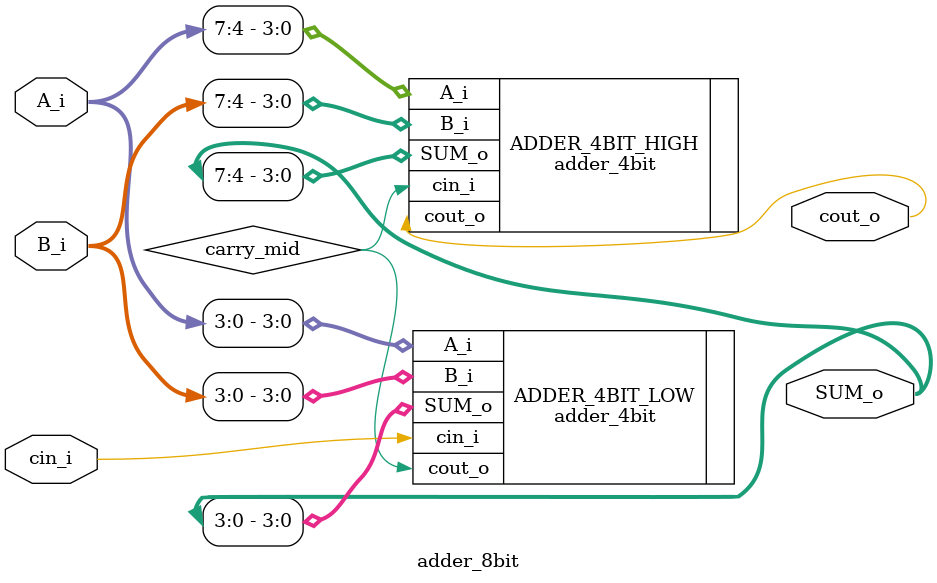
<source format=sv>
module adder_8bit (
    input  logic [7:0] A_i    , // 8-bit input A
    input  logic [7:0] B_i    , // 8-bit input B
    input  logic       cin_i  , // Initial carry input
    output logic [7:0] SUM_o  , // 8-bit sum output
    output logic       cout_o   // Final carry output
);
    logic carry_mid; // Carry between the two 4-bit adders

    // Lower 4 bits
    adder_4bit ADDER_4BIT_LOW (
        .A_i   (A_i[3:0]  ),
        .B_i   (B_i[3:0]  ),
        .cin_i (cin_i     ),
        .SUM_o (SUM_o[3:0]),
        .cout_o(carry_mid )
    );

    // Upper 4 bits
    adder_4bit ADDER_4BIT_HIGH (
        .A_i   (A_i[7:4]  ),
        .B_i   (B_i[7:4]  ),
        .cin_i (carry_mid ),
        .SUM_o (SUM_o[7:4]),
        .cout_o(cout_o    )
    );

endmodule

</source>
